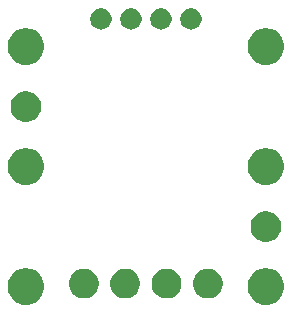
<source format=gbr>
G04 #@! TF.GenerationSoftware,KiCad,Pcbnew,5.1.5-52549c5~86~ubuntu18.04.1*
G04 #@! TF.CreationDate,2020-10-13T14:05:38-05:00*
G04 #@! TF.ProjectId,C10,4331302e-6b69-4636-9164-5f7063625858,rev?*
G04 #@! TF.SameCoordinates,Original*
G04 #@! TF.FileFunction,Soldermask,Bot*
G04 #@! TF.FilePolarity,Negative*
%FSLAX46Y46*%
G04 Gerber Fmt 4.6, Leading zero omitted, Abs format (unit mm)*
G04 Created by KiCad (PCBNEW 5.1.5-52549c5~86~ubuntu18.04.1) date 2020-10-13 14:05:38*
%MOMM*%
%LPD*%
G04 APERTURE LIST*
%ADD10C,0.100000*%
G04 APERTURE END LIST*
D10*
G36*
X24112585Y-42608802D02*
G01*
X24262410Y-42638604D01*
X24544674Y-42755521D01*
X24798705Y-42925259D01*
X25014741Y-43141295D01*
X25184479Y-43395326D01*
X25301396Y-43677590D01*
X25361000Y-43977240D01*
X25361000Y-44282760D01*
X25301396Y-44582410D01*
X25184479Y-44864674D01*
X25014741Y-45118705D01*
X24798705Y-45334741D01*
X24544674Y-45504479D01*
X24262410Y-45621396D01*
X24112585Y-45651198D01*
X23962761Y-45681000D01*
X23657239Y-45681000D01*
X23507415Y-45651198D01*
X23357590Y-45621396D01*
X23075326Y-45504479D01*
X22821295Y-45334741D01*
X22605259Y-45118705D01*
X22435521Y-44864674D01*
X22318604Y-44582410D01*
X22259000Y-44282760D01*
X22259000Y-43977240D01*
X22318604Y-43677590D01*
X22435521Y-43395326D01*
X22605259Y-43141295D01*
X22821295Y-42925259D01*
X23075326Y-42755521D01*
X23357590Y-42638604D01*
X23507415Y-42608802D01*
X23657239Y-42579000D01*
X23962761Y-42579000D01*
X24112585Y-42608802D01*
G37*
G36*
X44432585Y-42608802D02*
G01*
X44582410Y-42638604D01*
X44864674Y-42755521D01*
X45118705Y-42925259D01*
X45334741Y-43141295D01*
X45504479Y-43395326D01*
X45621396Y-43677590D01*
X45681000Y-43977240D01*
X45681000Y-44282760D01*
X45621396Y-44582410D01*
X45504479Y-44864674D01*
X45334741Y-45118705D01*
X45118705Y-45334741D01*
X44864674Y-45504479D01*
X44582410Y-45621396D01*
X44432585Y-45651198D01*
X44282761Y-45681000D01*
X43977239Y-45681000D01*
X43827415Y-45651198D01*
X43677590Y-45621396D01*
X43395326Y-45504479D01*
X43141295Y-45334741D01*
X42925259Y-45118705D01*
X42755521Y-44864674D01*
X42638604Y-44582410D01*
X42579000Y-44282760D01*
X42579000Y-43977240D01*
X42638604Y-43677590D01*
X42755521Y-43395326D01*
X42925259Y-43141295D01*
X43141295Y-42925259D01*
X43395326Y-42755521D01*
X43677590Y-42638604D01*
X43827415Y-42608802D01*
X43977239Y-42579000D01*
X44282761Y-42579000D01*
X44432585Y-42608802D01*
G37*
G36*
X39584903Y-42662875D02*
G01*
X39812571Y-42757178D01*
X40017466Y-42894085D01*
X40191715Y-43068334D01*
X40328622Y-43273229D01*
X40422925Y-43500897D01*
X40471000Y-43742587D01*
X40471000Y-43989013D01*
X40422925Y-44230703D01*
X40328622Y-44458371D01*
X40191715Y-44663266D01*
X40017466Y-44837515D01*
X39812571Y-44974422D01*
X39812570Y-44974423D01*
X39812569Y-44974423D01*
X39584903Y-45068725D01*
X39343214Y-45116800D01*
X39096786Y-45116800D01*
X38855097Y-45068725D01*
X38627431Y-44974423D01*
X38627430Y-44974423D01*
X38627429Y-44974422D01*
X38422534Y-44837515D01*
X38248285Y-44663266D01*
X38111378Y-44458371D01*
X38017075Y-44230703D01*
X37969000Y-43989013D01*
X37969000Y-43742587D01*
X38017075Y-43500897D01*
X38111378Y-43273229D01*
X38248285Y-43068334D01*
X38422534Y-42894085D01*
X38627429Y-42757178D01*
X38855097Y-42662875D01*
X39096786Y-42614800D01*
X39343214Y-42614800D01*
X39584903Y-42662875D01*
G37*
G36*
X29084903Y-42662875D02*
G01*
X29312571Y-42757178D01*
X29517466Y-42894085D01*
X29691715Y-43068334D01*
X29828622Y-43273229D01*
X29922925Y-43500897D01*
X29971000Y-43742587D01*
X29971000Y-43989013D01*
X29922925Y-44230703D01*
X29828622Y-44458371D01*
X29691715Y-44663266D01*
X29517466Y-44837515D01*
X29312571Y-44974422D01*
X29312570Y-44974423D01*
X29312569Y-44974423D01*
X29084903Y-45068725D01*
X28843214Y-45116800D01*
X28596786Y-45116800D01*
X28355097Y-45068725D01*
X28127431Y-44974423D01*
X28127430Y-44974423D01*
X28127429Y-44974422D01*
X27922534Y-44837515D01*
X27748285Y-44663266D01*
X27611378Y-44458371D01*
X27517075Y-44230703D01*
X27469000Y-43989013D01*
X27469000Y-43742587D01*
X27517075Y-43500897D01*
X27611378Y-43273229D01*
X27748285Y-43068334D01*
X27922534Y-42894085D01*
X28127429Y-42757178D01*
X28355097Y-42662875D01*
X28596786Y-42614800D01*
X28843214Y-42614800D01*
X29084903Y-42662875D01*
G37*
G36*
X32584903Y-42662875D02*
G01*
X32812571Y-42757178D01*
X33017466Y-42894085D01*
X33191715Y-43068334D01*
X33328622Y-43273229D01*
X33422925Y-43500897D01*
X33471000Y-43742587D01*
X33471000Y-43989013D01*
X33422925Y-44230703D01*
X33328622Y-44458371D01*
X33191715Y-44663266D01*
X33017466Y-44837515D01*
X32812571Y-44974422D01*
X32812570Y-44974423D01*
X32812569Y-44974423D01*
X32584903Y-45068725D01*
X32343214Y-45116800D01*
X32096786Y-45116800D01*
X31855097Y-45068725D01*
X31627431Y-44974423D01*
X31627430Y-44974423D01*
X31627429Y-44974422D01*
X31422534Y-44837515D01*
X31248285Y-44663266D01*
X31111378Y-44458371D01*
X31017075Y-44230703D01*
X30969000Y-43989013D01*
X30969000Y-43742587D01*
X31017075Y-43500897D01*
X31111378Y-43273229D01*
X31248285Y-43068334D01*
X31422534Y-42894085D01*
X31627429Y-42757178D01*
X31855097Y-42662875D01*
X32096786Y-42614800D01*
X32343214Y-42614800D01*
X32584903Y-42662875D01*
G37*
G36*
X36084903Y-42662875D02*
G01*
X36312571Y-42757178D01*
X36517466Y-42894085D01*
X36691715Y-43068334D01*
X36828622Y-43273229D01*
X36922925Y-43500897D01*
X36971000Y-43742587D01*
X36971000Y-43989013D01*
X36922925Y-44230703D01*
X36828622Y-44458371D01*
X36691715Y-44663266D01*
X36517466Y-44837515D01*
X36312571Y-44974422D01*
X36312570Y-44974423D01*
X36312569Y-44974423D01*
X36084903Y-45068725D01*
X35843214Y-45116800D01*
X35596786Y-45116800D01*
X35355097Y-45068725D01*
X35127431Y-44974423D01*
X35127430Y-44974423D01*
X35127429Y-44974422D01*
X34922534Y-44837515D01*
X34748285Y-44663266D01*
X34611378Y-44458371D01*
X34517075Y-44230703D01*
X34469000Y-43989013D01*
X34469000Y-43742587D01*
X34517075Y-43500897D01*
X34611378Y-43273229D01*
X34748285Y-43068334D01*
X34922534Y-42894085D01*
X35127429Y-42757178D01*
X35355097Y-42662875D01*
X35596786Y-42614800D01*
X35843214Y-42614800D01*
X36084903Y-42662875D01*
G37*
G36*
X44509393Y-37799304D02*
G01*
X44746101Y-37897352D01*
X44746103Y-37897353D01*
X44959135Y-38039696D01*
X45140304Y-38220865D01*
X45282647Y-38433897D01*
X45282648Y-38433899D01*
X45380696Y-38670607D01*
X45430680Y-38921893D01*
X45430680Y-39178107D01*
X45380696Y-39429393D01*
X45282648Y-39666101D01*
X45282647Y-39666103D01*
X45140304Y-39879135D01*
X44959135Y-40060304D01*
X44746103Y-40202647D01*
X44746102Y-40202648D01*
X44746101Y-40202648D01*
X44509393Y-40300696D01*
X44258107Y-40350680D01*
X44001893Y-40350680D01*
X43750607Y-40300696D01*
X43513899Y-40202648D01*
X43513898Y-40202648D01*
X43513897Y-40202647D01*
X43300865Y-40060304D01*
X43119696Y-39879135D01*
X42977353Y-39666103D01*
X42977352Y-39666101D01*
X42879304Y-39429393D01*
X42829320Y-39178107D01*
X42829320Y-38921893D01*
X42879304Y-38670607D01*
X42977352Y-38433899D01*
X42977353Y-38433897D01*
X43119696Y-38220865D01*
X43300865Y-38039696D01*
X43513897Y-37897353D01*
X43513899Y-37897352D01*
X43750607Y-37799304D01*
X44001893Y-37749320D01*
X44258107Y-37749320D01*
X44509393Y-37799304D01*
G37*
G36*
X24112585Y-32448802D02*
G01*
X24262410Y-32478604D01*
X24544674Y-32595521D01*
X24798705Y-32765259D01*
X25014741Y-32981295D01*
X25184479Y-33235326D01*
X25301396Y-33517590D01*
X25361000Y-33817240D01*
X25361000Y-34122760D01*
X25301396Y-34422410D01*
X25184479Y-34704674D01*
X25014741Y-34958705D01*
X24798705Y-35174741D01*
X24544674Y-35344479D01*
X24262410Y-35461396D01*
X24112585Y-35491198D01*
X23962761Y-35521000D01*
X23657239Y-35521000D01*
X23507415Y-35491198D01*
X23357590Y-35461396D01*
X23075326Y-35344479D01*
X22821295Y-35174741D01*
X22605259Y-34958705D01*
X22435521Y-34704674D01*
X22318604Y-34422410D01*
X22259000Y-34122760D01*
X22259000Y-33817240D01*
X22318604Y-33517590D01*
X22435521Y-33235326D01*
X22605259Y-32981295D01*
X22821295Y-32765259D01*
X23075326Y-32595521D01*
X23357590Y-32478604D01*
X23507415Y-32448802D01*
X23657239Y-32419000D01*
X23962761Y-32419000D01*
X24112585Y-32448802D01*
G37*
G36*
X44432585Y-32448802D02*
G01*
X44582410Y-32478604D01*
X44864674Y-32595521D01*
X45118705Y-32765259D01*
X45334741Y-32981295D01*
X45504479Y-33235326D01*
X45621396Y-33517590D01*
X45681000Y-33817240D01*
X45681000Y-34122760D01*
X45621396Y-34422410D01*
X45504479Y-34704674D01*
X45334741Y-34958705D01*
X45118705Y-35174741D01*
X44864674Y-35344479D01*
X44582410Y-35461396D01*
X44432585Y-35491198D01*
X44282761Y-35521000D01*
X43977239Y-35521000D01*
X43827415Y-35491198D01*
X43677590Y-35461396D01*
X43395326Y-35344479D01*
X43141295Y-35174741D01*
X42925259Y-34958705D01*
X42755521Y-34704674D01*
X42638604Y-34422410D01*
X42579000Y-34122760D01*
X42579000Y-33817240D01*
X42638604Y-33517590D01*
X42755521Y-33235326D01*
X42925259Y-32981295D01*
X43141295Y-32765259D01*
X43395326Y-32595521D01*
X43677590Y-32478604D01*
X43827415Y-32448802D01*
X43977239Y-32419000D01*
X44282761Y-32419000D01*
X44432585Y-32448802D01*
G37*
G36*
X24189393Y-27639304D02*
G01*
X24426101Y-27737352D01*
X24426103Y-27737353D01*
X24639135Y-27879696D01*
X24820304Y-28060865D01*
X24962647Y-28273897D01*
X24962648Y-28273899D01*
X25060696Y-28510607D01*
X25110680Y-28761893D01*
X25110680Y-29018107D01*
X25060696Y-29269393D01*
X24962648Y-29506101D01*
X24962647Y-29506103D01*
X24820304Y-29719135D01*
X24639135Y-29900304D01*
X24426103Y-30042647D01*
X24426102Y-30042648D01*
X24426101Y-30042648D01*
X24189393Y-30140696D01*
X23938107Y-30190680D01*
X23681893Y-30190680D01*
X23430607Y-30140696D01*
X23193899Y-30042648D01*
X23193898Y-30042648D01*
X23193897Y-30042647D01*
X22980865Y-29900304D01*
X22799696Y-29719135D01*
X22657353Y-29506103D01*
X22657352Y-29506101D01*
X22559304Y-29269393D01*
X22509320Y-29018107D01*
X22509320Y-28761893D01*
X22559304Y-28510607D01*
X22657352Y-28273899D01*
X22657353Y-28273897D01*
X22799696Y-28060865D01*
X22980865Y-27879696D01*
X23193897Y-27737353D01*
X23193899Y-27737352D01*
X23430607Y-27639304D01*
X23681893Y-27589320D01*
X23938107Y-27589320D01*
X24189393Y-27639304D01*
G37*
G36*
X24112585Y-22288802D02*
G01*
X24262410Y-22318604D01*
X24544674Y-22435521D01*
X24798705Y-22605259D01*
X25014741Y-22821295D01*
X25184479Y-23075326D01*
X25301396Y-23357590D01*
X25361000Y-23657240D01*
X25361000Y-23962760D01*
X25301396Y-24262410D01*
X25184479Y-24544674D01*
X25014741Y-24798705D01*
X24798705Y-25014741D01*
X24544674Y-25184479D01*
X24262410Y-25301396D01*
X24112585Y-25331198D01*
X23962761Y-25361000D01*
X23657239Y-25361000D01*
X23507415Y-25331198D01*
X23357590Y-25301396D01*
X23075326Y-25184479D01*
X22821295Y-25014741D01*
X22605259Y-24798705D01*
X22435521Y-24544674D01*
X22318604Y-24262410D01*
X22259000Y-23962760D01*
X22259000Y-23657240D01*
X22318604Y-23357590D01*
X22435521Y-23075326D01*
X22605259Y-22821295D01*
X22821295Y-22605259D01*
X23075326Y-22435521D01*
X23357590Y-22318604D01*
X23507415Y-22288802D01*
X23657239Y-22259000D01*
X23962761Y-22259000D01*
X24112585Y-22288802D01*
G37*
G36*
X44432585Y-22288802D02*
G01*
X44582410Y-22318604D01*
X44864674Y-22435521D01*
X45118705Y-22605259D01*
X45334741Y-22821295D01*
X45504479Y-23075326D01*
X45621396Y-23357590D01*
X45681000Y-23657240D01*
X45681000Y-23962760D01*
X45621396Y-24262410D01*
X45504479Y-24544674D01*
X45334741Y-24798705D01*
X45118705Y-25014741D01*
X44864674Y-25184479D01*
X44582410Y-25301396D01*
X44432585Y-25331198D01*
X44282761Y-25361000D01*
X43977239Y-25361000D01*
X43827415Y-25331198D01*
X43677590Y-25301396D01*
X43395326Y-25184479D01*
X43141295Y-25014741D01*
X42925259Y-24798705D01*
X42755521Y-24544674D01*
X42638604Y-24262410D01*
X42579000Y-23962760D01*
X42579000Y-23657240D01*
X42638604Y-23357590D01*
X42755521Y-23075326D01*
X42925259Y-22821295D01*
X43141295Y-22605259D01*
X43395326Y-22435521D01*
X43677590Y-22318604D01*
X43827415Y-22288802D01*
X43977239Y-22259000D01*
X44282761Y-22259000D01*
X44432585Y-22288802D01*
G37*
G36*
X32813512Y-20566927D02*
G01*
X32962812Y-20596624D01*
X33126784Y-20664544D01*
X33274354Y-20763147D01*
X33399853Y-20888646D01*
X33498456Y-21036216D01*
X33566376Y-21200188D01*
X33601000Y-21374259D01*
X33601000Y-21551741D01*
X33566376Y-21725812D01*
X33498456Y-21889784D01*
X33399853Y-22037354D01*
X33274354Y-22162853D01*
X33126784Y-22261456D01*
X32962812Y-22329376D01*
X32813512Y-22359073D01*
X32788742Y-22364000D01*
X32611258Y-22364000D01*
X32586488Y-22359073D01*
X32437188Y-22329376D01*
X32273216Y-22261456D01*
X32125646Y-22162853D01*
X32000147Y-22037354D01*
X31901544Y-21889784D01*
X31833624Y-21725812D01*
X31799000Y-21551741D01*
X31799000Y-21374259D01*
X31833624Y-21200188D01*
X31901544Y-21036216D01*
X32000147Y-20888646D01*
X32125646Y-20763147D01*
X32273216Y-20664544D01*
X32437188Y-20596624D01*
X32586488Y-20566927D01*
X32611258Y-20562000D01*
X32788742Y-20562000D01*
X32813512Y-20566927D01*
G37*
G36*
X30273512Y-20566927D02*
G01*
X30422812Y-20596624D01*
X30586784Y-20664544D01*
X30734354Y-20763147D01*
X30859853Y-20888646D01*
X30958456Y-21036216D01*
X31026376Y-21200188D01*
X31061000Y-21374259D01*
X31061000Y-21551741D01*
X31026376Y-21725812D01*
X30958456Y-21889784D01*
X30859853Y-22037354D01*
X30734354Y-22162853D01*
X30586784Y-22261456D01*
X30422812Y-22329376D01*
X30273512Y-22359073D01*
X30248742Y-22364000D01*
X30071258Y-22364000D01*
X30046488Y-22359073D01*
X29897188Y-22329376D01*
X29733216Y-22261456D01*
X29585646Y-22162853D01*
X29460147Y-22037354D01*
X29361544Y-21889784D01*
X29293624Y-21725812D01*
X29259000Y-21551741D01*
X29259000Y-21374259D01*
X29293624Y-21200188D01*
X29361544Y-21036216D01*
X29460147Y-20888646D01*
X29585646Y-20763147D01*
X29733216Y-20664544D01*
X29897188Y-20596624D01*
X30046488Y-20566927D01*
X30071258Y-20562000D01*
X30248742Y-20562000D01*
X30273512Y-20566927D01*
G37*
G36*
X35353512Y-20566927D02*
G01*
X35502812Y-20596624D01*
X35666784Y-20664544D01*
X35814354Y-20763147D01*
X35939853Y-20888646D01*
X36038456Y-21036216D01*
X36106376Y-21200188D01*
X36141000Y-21374259D01*
X36141000Y-21551741D01*
X36106376Y-21725812D01*
X36038456Y-21889784D01*
X35939853Y-22037354D01*
X35814354Y-22162853D01*
X35666784Y-22261456D01*
X35502812Y-22329376D01*
X35353512Y-22359073D01*
X35328742Y-22364000D01*
X35151258Y-22364000D01*
X35126488Y-22359073D01*
X34977188Y-22329376D01*
X34813216Y-22261456D01*
X34665646Y-22162853D01*
X34540147Y-22037354D01*
X34441544Y-21889784D01*
X34373624Y-21725812D01*
X34339000Y-21551741D01*
X34339000Y-21374259D01*
X34373624Y-21200188D01*
X34441544Y-21036216D01*
X34540147Y-20888646D01*
X34665646Y-20763147D01*
X34813216Y-20664544D01*
X34977188Y-20596624D01*
X35126488Y-20566927D01*
X35151258Y-20562000D01*
X35328742Y-20562000D01*
X35353512Y-20566927D01*
G37*
G36*
X37893512Y-20566927D02*
G01*
X38042812Y-20596624D01*
X38206784Y-20664544D01*
X38354354Y-20763147D01*
X38479853Y-20888646D01*
X38578456Y-21036216D01*
X38646376Y-21200188D01*
X38681000Y-21374259D01*
X38681000Y-21551741D01*
X38646376Y-21725812D01*
X38578456Y-21889784D01*
X38479853Y-22037354D01*
X38354354Y-22162853D01*
X38206784Y-22261456D01*
X38042812Y-22329376D01*
X37893512Y-22359073D01*
X37868742Y-22364000D01*
X37691258Y-22364000D01*
X37666488Y-22359073D01*
X37517188Y-22329376D01*
X37353216Y-22261456D01*
X37205646Y-22162853D01*
X37080147Y-22037354D01*
X36981544Y-21889784D01*
X36913624Y-21725812D01*
X36879000Y-21551741D01*
X36879000Y-21374259D01*
X36913624Y-21200188D01*
X36981544Y-21036216D01*
X37080147Y-20888646D01*
X37205646Y-20763147D01*
X37353216Y-20664544D01*
X37517188Y-20596624D01*
X37666488Y-20566927D01*
X37691258Y-20562000D01*
X37868742Y-20562000D01*
X37893512Y-20566927D01*
G37*
M02*

</source>
